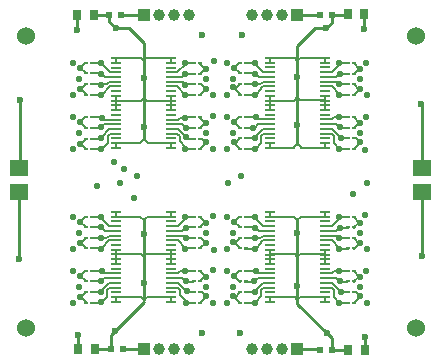
<source format=gtl>
G04 Layer_Physical_Order=1*
G04 Layer_Color=255*
%FSAX24Y24*%
%MOIN*%
G70*
G01*
G75*
%ADD10R,0.0118X0.0110*%
%ADD11R,0.0366X0.0091*%
%ADD12R,0.0315X0.0354*%
%ADD13R,0.0236X0.0197*%
%ADD14R,0.0591X0.0551*%
%ADD15C,0.0060*%
%ADD16C,0.0100*%
%ADD17C,0.0600*%
%ADD18R,0.0394X0.0394*%
%ADD19C,0.0394*%
%ADD20C,0.0217*%
%ADD21C,0.0236*%
D10*
X025403Y024117D02*
D03*
X025202D02*
D03*
X025403Y024467D02*
D03*
X025202D02*
D03*
X030537Y029246D02*
D03*
X030336D02*
D03*
X030537Y029596D02*
D03*
X030336D02*
D03*
X033926D02*
D03*
X034127D02*
D03*
X033926Y029236D02*
D03*
X034127D02*
D03*
X025403Y029243D02*
D03*
X025202D02*
D03*
X025403Y029593D02*
D03*
X025202D02*
D03*
X028792D02*
D03*
X028993D02*
D03*
X028792Y029233D02*
D03*
X028993D02*
D03*
X028792Y028883D02*
D03*
X028993D02*
D03*
X030537Y021950D02*
D03*
X030336D02*
D03*
X030537Y021600D02*
D03*
X030336D02*
D03*
X033926Y021600D02*
D03*
X034127D02*
D03*
X033926Y021950D02*
D03*
X034127D02*
D03*
X025403Y021947D02*
D03*
X025202D02*
D03*
X025403Y021597D02*
D03*
X025202D02*
D03*
X028792Y021597D02*
D03*
X028993D02*
D03*
X028792Y021947D02*
D03*
X028993D02*
D03*
X030537Y022310D02*
D03*
X030336D02*
D03*
X030537Y022660D02*
D03*
X030336D02*
D03*
X033926Y022660D02*
D03*
X034127D02*
D03*
X033926Y022310D02*
D03*
X034127D02*
D03*
X025403Y022307D02*
D03*
X025202D02*
D03*
X025403Y022657D02*
D03*
X025202D02*
D03*
X028792Y022657D02*
D03*
X028993D02*
D03*
X028792Y022307D02*
D03*
X028993D02*
D03*
X030537Y023760D02*
D03*
X030336D02*
D03*
X030537Y023410D02*
D03*
X030336D02*
D03*
X033926Y023410D02*
D03*
X034127D02*
D03*
X033926Y023760D02*
D03*
X034127D02*
D03*
X025403Y023757D02*
D03*
X025202D02*
D03*
X025403Y023407D02*
D03*
X025202D02*
D03*
X028792Y023407D02*
D03*
X028993D02*
D03*
X028792Y023757D02*
D03*
X028993D02*
D03*
X030537Y024120D02*
D03*
X030336D02*
D03*
X030537Y024470D02*
D03*
X030336D02*
D03*
X033926Y024470D02*
D03*
X034127D02*
D03*
X033926Y024110D02*
D03*
X034127D02*
D03*
X028792Y024467D02*
D03*
X028993D02*
D03*
X028792Y024107D02*
D03*
X028993D02*
D03*
X030537Y027076D02*
D03*
X030336D02*
D03*
X030537Y026726D02*
D03*
X030336D02*
D03*
X033926D02*
D03*
X034127D02*
D03*
X033926Y027076D02*
D03*
X034127D02*
D03*
X025403Y027073D02*
D03*
X025202D02*
D03*
X025403Y026723D02*
D03*
X025202D02*
D03*
X028792D02*
D03*
X028993D02*
D03*
X028792Y027073D02*
D03*
X028993D02*
D03*
X030537Y027436D02*
D03*
X030336D02*
D03*
X030537Y027786D02*
D03*
X030336D02*
D03*
X033926Y027786D02*
D03*
X034127D02*
D03*
X033926Y027436D02*
D03*
X034127D02*
D03*
X025403Y027433D02*
D03*
X025202D02*
D03*
X025403Y027783D02*
D03*
X025202D02*
D03*
X028792D02*
D03*
X028993D02*
D03*
X028792Y027433D02*
D03*
X028993D02*
D03*
X030537Y028886D02*
D03*
X030336D02*
D03*
X030537Y028536D02*
D03*
X030336D02*
D03*
X033926Y028536D02*
D03*
X034127D02*
D03*
X033926Y028886D02*
D03*
X034127D02*
D03*
X025403Y028883D02*
D03*
X025202D02*
D03*
X025403Y028533D02*
D03*
X025202D02*
D03*
X028792D02*
D03*
X028993D02*
D03*
D11*
X031340Y024622D02*
D03*
X033179D02*
D03*
X031340Y024464D02*
D03*
X033179D02*
D03*
X031340Y024307D02*
D03*
X033179D02*
D03*
X031340Y024149D02*
D03*
X033179D02*
D03*
X031340Y023992D02*
D03*
X033179D02*
D03*
X031340Y023834D02*
D03*
X033179D02*
D03*
X031340Y023677D02*
D03*
X033179D02*
D03*
X031340Y023519D02*
D03*
X033179D02*
D03*
X031340Y023362D02*
D03*
X033179D02*
D03*
X031340Y023204D02*
D03*
X033179D02*
D03*
X031340Y023047D02*
D03*
X033179D02*
D03*
X031340Y022889D02*
D03*
X033179D02*
D03*
X031340Y022732D02*
D03*
X033179D02*
D03*
X031340Y022574D02*
D03*
X033179D02*
D03*
X031340Y022417D02*
D03*
X033179D02*
D03*
X031340Y022259D02*
D03*
X033179D02*
D03*
X031340Y022102D02*
D03*
X033179D02*
D03*
X031340Y021944D02*
D03*
X033179D02*
D03*
X031340Y021787D02*
D03*
X033179D02*
D03*
X031340Y021630D02*
D03*
X033179D02*
D03*
X026206Y029752D02*
D03*
X028045D02*
D03*
X026206Y029594D02*
D03*
X028045D02*
D03*
X026206Y029437D02*
D03*
X028045D02*
D03*
X026206Y029279D02*
D03*
X028045D02*
D03*
X026206Y029122D02*
D03*
X028045D02*
D03*
X026206Y028964D02*
D03*
X028045D02*
D03*
X026206Y028807D02*
D03*
X028045D02*
D03*
X026206Y028649D02*
D03*
X028045D02*
D03*
X026206Y028492D02*
D03*
X028045D02*
D03*
X026206Y028334D02*
D03*
X028045D02*
D03*
X026206Y028177D02*
D03*
X028045D02*
D03*
X026206Y028019D02*
D03*
X028045D02*
D03*
X026206Y027862D02*
D03*
X028045D02*
D03*
X026206Y027704D02*
D03*
X028045D02*
D03*
X026206Y027547D02*
D03*
X028045D02*
D03*
X026206Y027389D02*
D03*
X028045D02*
D03*
X026206Y027232D02*
D03*
X028045D02*
D03*
X026206Y027074D02*
D03*
X028045D02*
D03*
X026206Y026917D02*
D03*
X028045D02*
D03*
X026206Y026759D02*
D03*
X028045D02*
D03*
X031340Y029756D02*
D03*
X033179D02*
D03*
X031340Y029598D02*
D03*
X033179D02*
D03*
X031340Y029441D02*
D03*
X033179D02*
D03*
X031340Y029283D02*
D03*
X033179D02*
D03*
X031340Y029126D02*
D03*
X033179D02*
D03*
X031340Y028968D02*
D03*
X033179D02*
D03*
X031340Y028811D02*
D03*
X033179D02*
D03*
X031340Y028653D02*
D03*
X033179D02*
D03*
X031340Y028496D02*
D03*
X033179D02*
D03*
X031340Y028338D02*
D03*
X033179D02*
D03*
X031340Y028181D02*
D03*
X033179D02*
D03*
X031340Y028023D02*
D03*
X033179D02*
D03*
X031340Y027866D02*
D03*
X033179D02*
D03*
X031340Y027708D02*
D03*
X033179D02*
D03*
X031340Y027551D02*
D03*
X033179D02*
D03*
X031340Y027393D02*
D03*
X033179D02*
D03*
X031340Y027236D02*
D03*
X033179D02*
D03*
X031340Y027078D02*
D03*
X033179D02*
D03*
X031340Y026921D02*
D03*
X033179D02*
D03*
X031340Y026763D02*
D03*
X033179D02*
D03*
X026206Y024626D02*
D03*
X028045D02*
D03*
X026206Y024468D02*
D03*
X028045D02*
D03*
X026206Y024311D02*
D03*
X028045D02*
D03*
X026206Y024153D02*
D03*
X028045D02*
D03*
X026206Y023996D02*
D03*
X028045D02*
D03*
X026206Y023838D02*
D03*
X028045D02*
D03*
X026206Y023681D02*
D03*
X028045D02*
D03*
X026206Y023523D02*
D03*
X028045D02*
D03*
X026206Y023366D02*
D03*
X028045D02*
D03*
X026206Y023208D02*
D03*
X028045D02*
D03*
X026206Y023051D02*
D03*
X028045D02*
D03*
X026206Y022893D02*
D03*
X028045D02*
D03*
X026206Y022736D02*
D03*
X028045D02*
D03*
X026206Y022578D02*
D03*
X028045D02*
D03*
X026206Y022421D02*
D03*
X028045D02*
D03*
X026206Y022263D02*
D03*
X028045D02*
D03*
X026206Y022106D02*
D03*
X028045D02*
D03*
X026206Y021948D02*
D03*
X028045D02*
D03*
X026206Y021791D02*
D03*
X028045D02*
D03*
X026206Y021633D02*
D03*
X028045D02*
D03*
D12*
X025458Y031203D02*
D03*
X024907D02*
D03*
X025498Y020053D02*
D03*
X024947D02*
D03*
X033947Y020033D02*
D03*
X034498D02*
D03*
X033927Y031213D02*
D03*
X034478D02*
D03*
D13*
X025986Y031203D02*
D03*
X026379D02*
D03*
X033399Y031203D02*
D03*
X033006D02*
D03*
X026036Y020053D02*
D03*
X026429D02*
D03*
X033399Y020033D02*
D03*
X033006D02*
D03*
D14*
X022983Y025299D02*
D03*
Y026086D02*
D03*
X036393D02*
D03*
Y025299D02*
D03*
D15*
X032331Y021783D02*
X033179D01*
X031340Y023208D02*
X032167D01*
X031324D02*
X031340D01*
Y021783D02*
X032172D01*
X034127Y028876D02*
X034136D01*
X034316Y028696D01*
X034127Y028526D02*
X034146D01*
X030172Y028723D02*
X030336Y028886D01*
X030166Y028716D02*
X030172Y028723D01*
X028534Y029571D02*
X028555Y029593D01*
X028242Y029279D02*
X028534Y029571D01*
X025403Y029593D02*
X025713D01*
X025379D02*
X025403D01*
X034347Y026927D02*
X034356Y026936D01*
X025718Y029238D02*
X025833Y029122D01*
X025713Y029243D02*
X025718Y029238D01*
X025403Y029243D02*
X025713D01*
X030316Y024463D02*
X030336D01*
X034131Y024107D02*
X034297Y024273D01*
X034127Y024103D02*
X034131Y024107D01*
X030326Y024113D02*
X030336D01*
X033663Y029236D02*
X033926D01*
X033646D02*
X033663D01*
X034127Y023743D02*
X034136D01*
X034316Y023563D01*
X034127Y023393D02*
X034146D01*
X028997Y023407D02*
X029193Y023603D01*
X030316Y022653D02*
X030336D01*
X034131Y022307D02*
X034297Y022473D01*
X034127Y022303D02*
X034131Y022307D01*
X030326Y022303D02*
X030336D01*
X030537Y029596D02*
X030846D01*
X030513D02*
X030537D01*
X034347Y021793D02*
X034356Y021802D01*
X034127Y021943D02*
X034215D01*
X034127Y021593D02*
X034146D01*
X030851Y029241D02*
X030967Y029126D01*
X030846Y029246D02*
X030851Y029241D01*
X030537Y029246D02*
X030846D01*
X025743Y028523D02*
Y028540D01*
X025713Y028533D02*
X025733D01*
X025403D02*
X025713D01*
X025379D02*
X025403D01*
X025713Y028883D02*
X025893D01*
X025403D02*
X025713D01*
X030876Y028526D02*
Y028544D01*
X030846Y028536D02*
X030866D01*
X030537D02*
X030846D01*
X030513D02*
X030537D01*
X030846Y028886D02*
X031020D01*
X030537D02*
X030846D01*
X028523Y027423D02*
X028782D01*
X028513D02*
X028523D01*
X028388Y027547D02*
X028513Y027423D01*
X025739Y027776D02*
X025743Y027773D01*
X025733Y027783D02*
X025739Y027776D01*
X025403Y027783D02*
X025733D01*
X025379D02*
X025403D01*
X025708Y027448D02*
X025807Y027547D01*
X025693Y027433D02*
X025708Y027448D01*
X025403Y027433D02*
X025693D01*
X025379D02*
X025403D01*
X033674Y027426D02*
X033916D01*
X033646D02*
X033674D01*
X033522Y027551D02*
X033646Y027426D01*
X030873Y027780D02*
X030876Y027776D01*
X030866Y027786D02*
X030873Y027780D01*
X030537Y027786D02*
X030866D01*
X030513D02*
X030537D01*
X030773Y027436D02*
X030826D01*
X030537D02*
X030773D01*
X030513D02*
X030537D01*
X028533Y027083D02*
X028543D01*
X025743Y026733D02*
Y026774D01*
X025713Y026723D02*
X025733D01*
X025403D02*
X025713D01*
X025379D02*
X025403D01*
X025723Y027103D02*
Y027133D01*
X025743Y027103D02*
Y027135D01*
Y027083D02*
Y027103D01*
X025738Y027078D02*
X025743Y027083D01*
X025733Y027073D02*
X025738Y027078D01*
X025713Y027073D02*
X025733D01*
X025403D02*
X025713D01*
X025379D02*
X025403D01*
X030876Y026736D02*
Y026778D01*
X030846Y026726D02*
X030866D01*
X030537D02*
X030846D01*
X030513D02*
X030537D01*
X030876Y027103D02*
Y027139D01*
Y027086D02*
Y027103D01*
X030843D02*
Y027103D01*
X030823Y027076D02*
X030866D01*
X030537D02*
X030823D01*
X030513D02*
X030537D01*
X028533Y024107D02*
X028792D01*
X028513D02*
X028533D01*
X025718Y024112D02*
X025833Y023996D01*
X025713Y024117D02*
X025718Y024112D01*
X025403Y024117D02*
X025713D01*
X025403D02*
X025403D01*
X033663Y024103D02*
X033926D01*
X033646D02*
X033663D01*
X033689Y024463D02*
X033926D01*
X030537Y024463D02*
X030846D01*
X030513D02*
X030537D01*
X030851Y024108D02*
X030967Y023992D01*
X030846Y024113D02*
X030851Y024108D01*
X030537Y024113D02*
X030846D01*
X030536D02*
X030537D01*
X028523Y023757D02*
X028792D01*
X025743Y023397D02*
Y023414D01*
X025713Y023407D02*
X025733D01*
X025403D02*
X025713D01*
X025379D02*
X025403D01*
X025713Y023757D02*
X025886D01*
X025403D02*
X025713D01*
X033656Y023753D02*
X033926D01*
X033656Y023403D02*
X033926D01*
X030876Y023393D02*
Y023410D01*
X030846Y023403D02*
X030866D01*
X030537D02*
X030846D01*
X030513D02*
X030537D01*
X030846Y023753D02*
X031020D01*
X030537D02*
X030846D01*
X028543Y022297D02*
X028782D01*
X028513D02*
X028543D01*
X028510Y022300D02*
X028513Y022297D01*
X028388Y022421D02*
X028510Y022300D01*
X025739Y022650D02*
X025743Y022647D01*
X025733Y022657D02*
X025739Y022650D01*
X025403Y022657D02*
X025733D01*
X025379D02*
X025403D01*
Y022307D02*
X025693D01*
X025379D02*
X025403D01*
X033674Y022293D02*
X033916D01*
X033646D02*
X033674D01*
X033522Y022417D02*
X033646Y022293D01*
X033656Y022653D02*
X033926D01*
X030873Y022646D02*
X030876Y022643D01*
X030866Y022653D02*
X030873Y022646D01*
X030537Y022653D02*
X030866D01*
X030513D02*
X030537D01*
X030834Y022311D02*
X030941Y022417D01*
X030826Y022303D02*
X030834Y022311D01*
X030813Y022303D02*
X030826D01*
X030537D02*
X030813D01*
X030513D02*
X030537D01*
X028543Y021983D02*
Y021987D01*
Y021957D02*
Y021983D01*
X028555Y021975D02*
X028583Y021947D01*
X028547Y021983D02*
X028555Y021975D01*
X028533Y021983D02*
Y021985D01*
X025743Y021607D02*
Y021648D01*
X025713Y021597D02*
X025733D01*
X025403D02*
X025713D01*
X025379D02*
X025403D01*
X025743Y021973D02*
Y021997D01*
Y021957D02*
Y021973D01*
X025693Y021947D02*
X025733D01*
X025403D02*
X025693D01*
X025379D02*
X025403D01*
X033716Y021943D02*
X033926D01*
X033656Y021593D02*
X033926D01*
X030866Y021603D02*
Y021628D01*
Y021593D02*
Y021603D01*
X030846Y021593D02*
X030866D01*
X030537D02*
X030846D01*
X030513D02*
X030537D01*
X030823Y021943D02*
X030866D01*
X030537D02*
X030823D01*
X030513D02*
X030537D01*
X030823Y027103D02*
X030843D01*
Y027103D02*
X030846Y027106D01*
X028993Y023407D02*
X028997D01*
X029039Y023757D02*
X029193Y023603D01*
X028993Y023757D02*
X029039D01*
X028993Y028533D02*
X029003D01*
X029193Y028723D01*
X029033Y028883D02*
X029193Y028723D01*
X028993Y028883D02*
X029033D01*
X028993Y029573D02*
X029163Y029403D01*
X028993Y029233D02*
X029163Y029403D01*
X028033Y028323D02*
X028045Y028334D01*
Y028492D01*
Y028177D02*
Y028334D01*
Y028019D02*
Y028177D01*
X026206Y028334D02*
Y028492D01*
Y028177D02*
Y028334D01*
Y028019D02*
Y028177D01*
Y029752D02*
X027044D01*
X026206Y029594D02*
Y029752D01*
X028045Y029594D02*
Y029752D01*
X027044D02*
X027133Y029663D01*
X027213Y029743D01*
X028036D02*
X028045Y029752D01*
X027213Y029743D02*
X028036D01*
X027133Y028433D02*
X027243Y028323D01*
X028033D01*
X027269Y026917D02*
X028045D01*
Y026759D02*
Y026917D01*
X027133Y027053D02*
X027269Y026917D01*
X027008D02*
X027133Y027043D01*
X026206Y026917D02*
X027008D01*
X027133Y027043D02*
Y027053D01*
X026206Y026759D02*
Y026917D01*
X032162Y029753D02*
X032252Y029663D01*
X032083Y029753D02*
X032162D01*
X032080Y029756D02*
X032083Y029753D01*
X031340Y029756D02*
X032080D01*
X032252Y029663D02*
X032342Y029753D01*
X032413D01*
X032416Y029756D01*
X033179D01*
Y029598D02*
Y029756D01*
X031340Y029598D02*
Y029756D01*
X032129Y026774D02*
X032251Y026896D01*
X032252Y028442D02*
X032351Y028343D01*
X033174D01*
X031340Y026763D02*
X032129D01*
X033179Y028338D02*
Y028496D01*
X031340Y028338D02*
X032147D01*
X033179Y028181D02*
Y028338D01*
Y028023D02*
Y028181D01*
X031340Y028338D02*
Y028496D01*
Y028181D02*
Y028338D01*
Y028023D02*
Y028181D01*
Y026763D02*
Y026921D01*
X032384Y026763D02*
X033179D01*
Y026921D01*
X032262Y026886D02*
X032368Y026779D01*
X033179Y024464D02*
Y024622D01*
X032149Y024464D02*
X032252Y024362D01*
X031340Y024464D02*
X032149D01*
X031340D02*
Y024622D01*
Y023208D02*
Y023362D01*
Y023204D02*
Y023208D01*
Y023047D02*
Y023204D01*
Y022889D02*
Y023047D01*
X033179Y023204D02*
Y023362D01*
Y023047D02*
Y023204D01*
Y022889D02*
Y023047D01*
Y021630D02*
Y021783D01*
X031340Y021630D02*
Y021783D01*
X032336Y023208D02*
X033163D01*
X032252Y023123D02*
X032336Y023208D01*
X032167D02*
X032252Y023123D01*
Y024362D02*
X032358Y024468D01*
X033163D01*
X027221Y021791D02*
X028045D01*
X027133Y021703D02*
X027221Y021791D01*
X027046D02*
X027133Y021703D01*
X026206Y021791D02*
X027046D01*
X027017Y024468D02*
X027123Y024362D01*
X027133D01*
X027240Y024468D02*
X028045D01*
X027133Y024362D02*
X027240Y024468D01*
X026206Y023208D02*
X027049D01*
X027133Y023123D01*
X027218Y023208D01*
X026206Y022893D02*
Y023051D01*
X027218Y023208D02*
X028045D01*
Y023366D01*
Y022893D02*
Y023051D01*
Y023208D01*
X026206D02*
Y023366D01*
Y023051D02*
Y023208D01*
Y024468D02*
X027017D01*
X026206D02*
Y024626D01*
X028045Y024468D02*
Y024626D01*
Y021633D02*
Y021791D01*
X026206Y021633D02*
Y021791D01*
X030866Y021628D02*
X031047Y021809D01*
Y022035D01*
X031112Y022100D01*
X031338D01*
X031340Y022102D01*
X030166Y021773D02*
X030336Y021943D01*
X030166Y026906D02*
X030336Y027076D01*
X030166Y026906D02*
X030336Y026736D01*
X033646Y021603D02*
X033656Y021593D01*
X033646Y021603D02*
Y021674D01*
Y022643D02*
X033656Y022653D01*
X033179Y023992D02*
X033536D01*
X033646Y024103D01*
X034347Y021793D02*
Y021811D01*
X034356Y021802D01*
X034316Y021763D02*
X034347Y021793D01*
X034146Y021593D02*
X034316Y021763D01*
X034297D02*
X034316D01*
Y023563D02*
X034336Y023583D01*
X034146Y023393D02*
X034316Y023563D01*
X034297D02*
X034316D01*
X034127Y024443D02*
X034297Y024273D01*
X030166Y021773D02*
X030336Y021603D01*
X030146Y022483D02*
X030166D01*
X030146D02*
X030316Y022653D01*
X030146Y022483D02*
X030326Y022303D01*
X030146Y024293D02*
X030326Y024113D01*
X030146Y024293D02*
X030316Y024463D01*
X030166Y023583D02*
X030336Y023413D01*
X030166Y023583D02*
X030336Y023753D01*
X030866Y023403D02*
X030876Y023393D01*
X030846Y024417D02*
Y024463D01*
X030876Y022643D02*
X030906D01*
X030866Y023403D02*
X031047Y023583D01*
X031020Y023753D02*
X031064Y023797D01*
X031076D01*
X031112Y023832D01*
X031338D01*
X031340Y023834D01*
X030906Y022643D02*
X030975Y022574D01*
X031340D01*
X030941Y022417D02*
X031340D01*
X031102Y022259D02*
X031340D01*
X030856Y022014D02*
X031102Y022259D01*
X033676Y021983D02*
X033716Y021943D01*
X033179Y022574D02*
X033408D01*
X033476Y022643D01*
X033646D01*
X033666Y021953D02*
Y021981D01*
Y021953D02*
X033676D01*
Y021983D01*
X033179Y022417D02*
X033522D01*
X034215Y021943D02*
X034347Y021811D01*
X034127Y022643D02*
X034297Y022473D01*
X033703Y022349D02*
Y022369D01*
X033473Y021776D02*
X033646Y021603D01*
X033179Y022259D02*
X033417D01*
X033716Y021960D01*
X033179Y022102D02*
X033405D01*
X033473Y022035D01*
Y021776D02*
Y022035D01*
X033716Y021943D02*
Y021960D01*
X033646Y022293D02*
X033674Y022321D01*
X033703Y022349D01*
X033179Y023677D02*
X033405D01*
X033646Y023743D02*
X033652Y023749D01*
X033653D01*
X033405Y023677D02*
X033646Y023436D01*
Y023393D02*
Y023436D01*
X033179Y024149D02*
X033405D01*
X033646Y024103D02*
X033660Y024089D01*
X033663D01*
X033405Y024149D02*
X033646Y024390D01*
Y024463D01*
X033179Y023834D02*
X033555D01*
X033646Y023743D01*
X031047Y023583D02*
Y023610D01*
X031114Y023677D01*
X031340D01*
X030846Y024417D02*
X031114Y024149D01*
X031340D01*
X030967Y023992D02*
X031340D01*
X028513Y024394D02*
Y024467D01*
X028271Y024153D02*
X028513Y024394D01*
X028527Y024093D02*
X028533D01*
X028513Y024107D02*
X028527Y024093D01*
X028045Y024153D02*
X028271D01*
X028513Y023397D02*
Y023440D01*
X028271Y023681D02*
X028513Y023440D01*
X028519Y023753D02*
X028523D01*
X028513Y023747D02*
X028519Y023753D01*
X028045Y023681D02*
X028271D01*
X028547Y021983D02*
X028563D01*
X028045Y022106D02*
X028271D01*
X028543Y021987D02*
Y022004D01*
X028045Y022263D02*
X028284D01*
X028271Y022106D02*
X028338Y022039D01*
X028284Y022263D02*
X028543Y022004D01*
X028338Y021852D02*
Y022039D01*
Y021852D02*
X028513Y021678D01*
X028533Y022323D02*
X028543Y022333D01*
Y021987D02*
X028547Y021983D01*
X028533Y021957D02*
X028543D01*
X028513Y022297D02*
X028533Y022317D01*
Y022323D01*
X025713Y024420D02*
Y024467D01*
Y024420D02*
X025980Y024153D01*
X026204Y023836D02*
X026206Y023838D01*
X025978Y023836D02*
X026204D01*
X025942Y023801D02*
X025978Y023836D01*
X025930Y023801D02*
X025942D01*
X025886Y023757D02*
X025930Y023801D01*
X025733Y023407D02*
Y023433D01*
X025980Y023681D01*
X026206D01*
X025743Y021997D02*
Y022038D01*
Y021607D02*
X025913Y021777D01*
Y022039D01*
X025965Y022261D02*
X026007D01*
X025697Y021977D02*
X025723D01*
X025913Y022039D02*
X025980Y022106D01*
X025693Y022307D02*
X025807Y022421D01*
X025693Y021973D02*
X025697Y021977D01*
X025743Y022038D02*
X025965Y022261D01*
X025807Y022421D02*
X026206D01*
X025841Y022578D02*
X026206D01*
X025773Y022647D02*
X025841Y022578D01*
X025980Y022106D02*
X026206D01*
X025723Y021977D02*
X025743Y021997D01*
X025733Y021947D02*
X025743Y021957D01*
X026007Y022261D02*
X026009Y022263D01*
X026206D01*
X025403Y024467D02*
X025713D01*
X025379D02*
X025403D01*
X025743Y022647D02*
X025773D01*
X025723Y021977D02*
X025743Y021957D01*
X025733Y023407D02*
X025743Y023397D01*
X025833Y023996D02*
X026206D01*
X025032Y023587D02*
X025202Y023757D01*
X025032Y023587D02*
X025202Y023417D01*
X025013Y024297D02*
X025032D01*
X025183Y024467D02*
X025202D01*
X025013Y024297D02*
X025183Y024467D01*
X025193Y024117D02*
X025202D01*
X025013Y024297D02*
X025193Y024117D01*
X025013Y022487D02*
X025193Y022307D01*
X025202D01*
X025013Y022487D02*
X025183Y022657D01*
X025202D01*
X025013Y022487D02*
X025032D01*
Y021777D02*
X025202Y021607D01*
X025032Y021777D02*
X025202Y021947D01*
X028993Y024447D02*
X029163Y024277D01*
X028993Y024107D02*
X029163Y024277D01*
X028993Y022647D02*
X029163Y022477D01*
X028993Y022307D02*
X029163Y022477D01*
X028993Y021597D02*
X029013D01*
X028993Y021947D02*
X029082D01*
X029013Y021597D02*
X029213Y021797D01*
X029082Y021947D02*
X029213Y021815D01*
Y021797D02*
Y021815D01*
X028555Y024467D02*
X028792D01*
X028402Y023996D02*
X028513Y024107D01*
X028045Y023996D02*
X028402D01*
X028045Y023838D02*
X028421D01*
X028513Y023747D01*
X028523Y023407D02*
X028792D01*
X028523Y022657D02*
X028792D01*
X028513Y022647D02*
X028523Y022657D01*
X028343Y022647D02*
X028513D01*
X028274Y022578D02*
X028343Y022647D01*
X028045Y022578D02*
X028274D01*
X028045Y022421D02*
X028388D01*
X028583Y021947D02*
X028792D01*
X028523Y021597D02*
X028792D01*
X028513Y021607D02*
X028523Y021597D01*
X028513Y021607D02*
Y021678D01*
X025980Y024153D02*
X026206D01*
X026009Y029279D02*
X026206D01*
X025713Y029576D02*
X026009Y029279D01*
X028513Y026733D02*
Y026804D01*
X030967Y029126D02*
X031340D01*
X031114Y029283D02*
X031340D01*
X030846Y029550D02*
X031114Y029283D01*
Y028811D02*
X031340D01*
X031047Y028744D02*
X031114Y028811D01*
X031047Y028717D02*
Y028744D01*
X033555Y028968D02*
X033646Y028876D01*
X033179Y028968D02*
X033555D01*
X033646Y029524D02*
Y029596D01*
X025713Y029576D02*
Y029593D01*
X033405Y029283D02*
X033646Y029524D01*
X033660Y029223D02*
X033663D01*
X033646Y029236D02*
X033660Y029223D01*
X033179Y029283D02*
X033405D01*
X033646Y028526D02*
Y028569D01*
X033405Y028811D02*
X033646Y028569D01*
X033652Y028883D02*
X033653D01*
X033646Y028876D02*
X033652Y028883D01*
X033179Y028811D02*
X033405D01*
X033674Y027455D02*
X033703Y027483D01*
X033646Y027426D02*
X033674Y027455D01*
X033716Y027076D02*
Y027094D01*
X033473Y026910D02*
Y027168D01*
X033405Y027236D02*
X033473Y027168D01*
X033179Y027236D02*
X033405D01*
X033417Y027393D02*
X033716Y027094D01*
X033179Y027393D02*
X033417D01*
X033473Y026910D02*
X033646Y026736D01*
X033703Y027483D02*
Y027503D01*
X034127Y027436D02*
X034297Y027606D01*
X034127Y027776D02*
X034297Y027606D01*
X034215Y027076D02*
X034347Y026945D01*
X034127Y027076D02*
X034215D01*
X033179Y027551D02*
X033522D01*
X033676Y027086D02*
Y027116D01*
X033666Y027086D02*
X033676D01*
X033666D02*
Y027115D01*
X033476Y027776D02*
X033646D01*
X033408Y027708D02*
X033476Y027776D01*
X033179Y027708D02*
X033408D01*
X033676Y027116D02*
X033716Y027076D01*
X030876Y026736D02*
X031047Y026907D01*
Y027169D01*
X031114Y027236D01*
X030856Y027148D02*
X031102Y027393D01*
X030826Y027436D02*
X030941Y027551D01*
X031102Y027393D02*
X031340D01*
X030856Y027106D02*
Y027148D01*
X030846Y027106D02*
X030856D01*
X030941Y027551D02*
X031340D01*
X030975Y027708D02*
X031340D01*
X030906Y027776D02*
X030975Y027708D01*
X031338Y028966D02*
X031340Y028968D01*
X031112Y028966D02*
X031338D01*
X031076Y028931D02*
X031112Y028966D01*
X031064Y028931D02*
X031076D01*
X031020Y028886D02*
X031064Y028931D01*
X030866Y028536D02*
X031047Y028717D01*
X030866Y027076D02*
X030876Y027086D01*
Y027776D02*
X030906D01*
X031114Y027236D02*
X031340D01*
X030846Y029550D02*
Y029596D01*
X030856Y027106D02*
X030876Y027086D01*
X030866Y028536D02*
X030876Y028526D01*
X030536Y029246D02*
X030537D01*
X030166Y028716D02*
X030336Y028546D01*
X030316Y029596D02*
X030336D01*
X030146Y029426D02*
X030316Y029596D01*
X030326Y029246D02*
X030336D01*
X030146Y029426D02*
X030326Y029246D01*
X030146Y027616D02*
X030326Y027436D01*
X030336D01*
X030146Y027616D02*
X030316Y027786D01*
X030336D01*
X030146Y027616D02*
X030166D01*
X034127Y029576D02*
X034297Y029406D01*
X034127Y029236D02*
X034297Y029406D01*
Y028696D02*
X034316D01*
X034146Y028526D02*
X034316Y028696D01*
X034336Y028716D01*
X034127Y026726D02*
X034146D01*
X034297Y026896D02*
X034316D01*
X034146Y026726D02*
X034316Y026896D01*
X034347Y026927D01*
Y026945D02*
X034356Y026936D01*
X034347Y026927D02*
Y026945D01*
X033689Y029596D02*
X033926D01*
X033536Y029126D02*
X033646Y029236D01*
X033179Y029126D02*
X033536D01*
X033656Y028886D02*
X033926D01*
X033656Y028536D02*
X033926D01*
X033656Y027786D02*
X033926D01*
X033646Y027776D02*
X033656Y027786D01*
X033646Y026736D02*
Y026808D01*
X033716Y027076D02*
X033926D01*
X033656Y026726D02*
X033926D01*
X033646Y026736D02*
X033656Y026726D01*
X028513Y026733D02*
X028523Y026723D01*
X028792D01*
X028583Y027073D02*
X028792D01*
X028543Y027113D02*
X028583Y027073D01*
X028254Y027389D02*
X028533Y027111D01*
X028045Y027389D02*
X028254D01*
X028324Y026992D02*
Y027149D01*
X028242Y027232D02*
X028324Y027149D01*
X028045Y027232D02*
X028242D01*
X028324Y026992D02*
X028513Y026804D01*
X028543Y027083D02*
Y027113D01*
X028533Y027083D02*
Y027111D01*
X028513Y027423D02*
X028523Y027433D01*
X028045Y027547D02*
X028388D01*
X028045Y027704D02*
X028274D01*
X028343Y027773D01*
X028513D01*
X028523Y027783D01*
X028792D01*
X028513Y028523D02*
Y028536D01*
X028523Y028533D02*
X028792D01*
X028421Y028964D02*
X028513Y028873D01*
X028523Y028883D02*
X028792D01*
X028513Y029233D02*
X028792D01*
X028242Y028807D02*
X028513Y028536D01*
X028045Y028807D02*
X028242D01*
X028045Y028964D02*
X028421D01*
X028045Y029279D02*
X028242D01*
X028045Y029122D02*
X028402D01*
X028513Y029233D01*
X028555Y029593D02*
X028792D01*
X029213Y026923D02*
Y026941D01*
X029082Y027073D02*
X029213Y026941D01*
X029013Y026723D02*
X029213Y026923D01*
X028993Y027073D02*
X029082D01*
X028993Y026723D02*
X029013D01*
X028993Y027433D02*
X029163Y027603D01*
X028993Y027773D02*
X029163Y027603D01*
X025032Y026903D02*
X025202Y027073D01*
X025032Y026903D02*
X025202Y026733D01*
X025013Y027613D02*
X025032D01*
X025183Y027783D02*
X025202D01*
X025013Y027613D02*
X025183Y027783D01*
X025193Y027433D02*
X025202D01*
X025013Y027613D02*
X025193Y027433D01*
X025013Y029423D02*
X025193Y029243D01*
X025202D01*
X025013Y029423D02*
X025183Y029593D01*
X025202D01*
X025013Y029423D02*
X025032D01*
X026009Y028807D02*
X026206D01*
X025743Y028540D02*
X026009Y028807D01*
X025032Y028713D02*
X025202Y028543D01*
X025032Y028713D02*
X025202Y028883D01*
X025403Y029243D02*
X025403D01*
X025833Y029122D02*
X026206D01*
X025893Y028883D02*
X025974Y028964D01*
X026206D01*
X025733Y028533D02*
X025743Y028523D01*
X025723Y027103D02*
X025743Y027083D01*
X025807Y027547D02*
X026206D01*
X026009Y027232D02*
X026206D01*
X025723Y027133D02*
X025979Y027389D01*
X026206D01*
X025713Y027103D02*
X025723D01*
X025743Y027773D02*
X025773D01*
X025841Y027704D01*
X026206D01*
X025933Y027155D02*
X026009Y027232D01*
X025933Y026923D02*
Y027155D01*
X025743Y026733D02*
X025933Y026923D01*
X026379Y031203D02*
X026381Y031204D01*
X033917Y031203D02*
X033927Y031213D01*
X026206Y028334D02*
X027035D01*
X032995Y020043D02*
X033006Y020033D01*
X032251Y028442D02*
X032252Y028442D01*
X032147Y028338D02*
X032251Y028442D01*
X032252Y021703D02*
X032331Y021783D01*
X032172D02*
X032252Y021703D01*
X027133Y021623D02*
Y021703D01*
X036383Y028223D02*
X036393Y028213D01*
X027133Y028432D02*
X027133Y028433D01*
X027035Y028334D02*
X027133Y028432D01*
D16*
X032252Y023933D02*
Y024362D01*
Y023123D02*
Y023933D01*
X027133Y027453D02*
Y028432D01*
X023003Y026086D02*
Y028343D01*
Y026073D02*
Y026086D01*
X032252Y029113D02*
Y029663D01*
Y028442D02*
Y029113D01*
X027133Y023903D02*
Y024362D01*
Y023123D02*
Y023903D01*
X026381Y031204D02*
X027133D01*
X025458Y031203D02*
X025986D01*
Y030959D02*
Y031203D01*
Y030959D02*
X026193Y030753D01*
X027133Y029083D02*
Y029663D01*
X032252Y031204D02*
X033004D01*
X033399Y031203D02*
X033917D01*
X033399Y030939D02*
Y031203D01*
X033203Y030743D02*
X033399Y030939D01*
X032251Y026896D02*
Y027523D01*
X024907Y030687D02*
Y031203D01*
X034478Y030707D02*
Y031213D01*
X032252Y020043D02*
X032995D01*
X033399Y020033D02*
X033947D01*
X034498D02*
Y020468D01*
X033399Y020033D02*
Y020416D01*
X033223Y020593D02*
X033399Y020416D01*
X032252Y022173D02*
Y023123D01*
X027133Y021703D02*
Y022273D01*
Y023123D01*
X026439Y020043D02*
X027133D01*
X025498Y020053D02*
X026036D01*
X024947D02*
Y020528D01*
X026036Y020053D02*
Y020526D01*
X026173Y020663D01*
X032251Y027523D02*
Y028442D01*
X026193Y030753D02*
X026623D01*
X027133Y030242D01*
Y029663D02*
Y030242D01*
X032853Y030743D02*
X033203D01*
X032252Y030142D02*
X032853Y030743D01*
X032252Y029663D02*
Y030142D01*
Y021563D02*
X033223Y020593D01*
X032252Y021563D02*
Y021703D01*
Y022173D01*
X026173Y020663D02*
X027133Y021623D01*
X022983Y023043D02*
Y025299D01*
X036393Y026086D02*
Y028213D01*
Y023153D02*
Y025299D01*
X027133Y028433D02*
Y029083D01*
Y027053D02*
Y027453D01*
D17*
X023196Y020771D02*
D03*
X036189D02*
D03*
Y030496D02*
D03*
X023196D02*
D03*
D18*
X027133Y031204D02*
D03*
X032252D02*
D03*
Y020043D02*
D03*
X027133D02*
D03*
D19*
X027633Y031204D02*
D03*
X028133D02*
D03*
X028633D02*
D03*
X031752D02*
D03*
X031252D02*
D03*
X030752D02*
D03*
X031752Y020043D02*
D03*
X031252D02*
D03*
X030752D02*
D03*
X027633D02*
D03*
X028133D02*
D03*
X028633D02*
D03*
D20*
X030773Y027440D02*
D03*
X030823Y027103D02*
D03*
X029213Y024273D02*
D03*
X030813Y022333D02*
D03*
X029463Y023343D02*
D03*
X029213Y023583D02*
D03*
Y022463D02*
D03*
X029203Y027583D02*
D03*
X029193Y028723D02*
D03*
X029483Y029643D02*
D03*
X029203Y029403D02*
D03*
X034103Y025223D02*
D03*
X034573Y025603D02*
D03*
X026793Y025093D02*
D03*
X025583Y025483D02*
D03*
X024783Y024463D02*
D03*
X029923Y025583D02*
D03*
X026333Y025593D02*
D03*
X026893Y025823D02*
D03*
X030383D02*
D03*
X026473Y026053D02*
D03*
X026153Y026293D02*
D03*
X030846Y021603D02*
D03*
X034488Y024521D02*
D03*
X034346Y023923D02*
D03*
X034488Y026695D02*
D03*
X030113Y021813D02*
D03*
X030103Y023623D02*
D03*
X030113Y028783D02*
D03*
X030123Y026943D02*
D03*
X034556Y021593D02*
D03*
X034336Y023583D02*
D03*
X034556Y023393D02*
D03*
X034336Y024273D02*
D03*
X029916Y021583D02*
D03*
X029906Y022653D02*
D03*
X030116Y022123D02*
D03*
X030146Y022483D02*
D03*
Y024293D02*
D03*
X030116Y023933D02*
D03*
X030846Y024463D02*
D03*
X033646Y023393D02*
D03*
X030846D02*
D03*
X029906Y024463D02*
D03*
X029916Y023393D02*
D03*
X030870Y022643D02*
D03*
X030823Y021969D02*
D03*
X033646Y021603D02*
D03*
X033716Y021943D02*
D03*
X034546Y022663D02*
D03*
X034347Y021811D02*
D03*
X034336Y022473D02*
D03*
X034346Y022123D02*
D03*
X033646Y022643D02*
D03*
X033674Y022321D02*
D03*
X033653Y023749D02*
D03*
X033646Y024463D02*
D03*
X033663Y024089D02*
D03*
X030846Y024103D02*
D03*
Y023743D02*
D03*
X028533Y024093D02*
D03*
X028523Y023753D02*
D03*
X028543Y022333D02*
D03*
X028563Y021983D02*
D03*
X028523Y021597D02*
D03*
X028513Y022647D02*
D03*
X025693Y022307D02*
D03*
X025693Y021973D02*
D03*
X025713Y021607D02*
D03*
X025736Y022647D02*
D03*
X024993Y023587D02*
D03*
X024783Y023397D02*
D03*
X025713D02*
D03*
X028513D02*
D03*
X025713Y024107D02*
D03*
X024983Y023937D02*
D03*
X025713Y023747D02*
D03*
X025013Y024297D02*
D03*
Y022487D02*
D03*
X024773Y022657D02*
D03*
X024993Y021777D02*
D03*
X024783Y021587D02*
D03*
X029453Y024503D02*
D03*
X029213Y023927D02*
D03*
X029443Y022703D02*
D03*
X029423Y021597D02*
D03*
X029213Y022127D02*
D03*
X029213Y021815D02*
D03*
X028513Y024467D02*
D03*
X025713D02*
D03*
X024983Y022127D02*
D03*
Y027253D02*
D03*
X028513Y026733D02*
D03*
X030846Y028876D02*
D03*
Y029236D02*
D03*
X033663Y029223D02*
D03*
X033646Y029596D02*
D03*
X025713Y029593D02*
D03*
X028513D02*
D03*
X033653Y028883D02*
D03*
X033674Y027455D02*
D03*
X033646Y027776D02*
D03*
X034346Y027256D02*
D03*
X034336Y027606D02*
D03*
X034347Y026945D02*
D03*
X034546Y027796D02*
D03*
X033716Y027076D02*
D03*
X033646Y026736D02*
D03*
X030846D02*
D03*
X030870Y027776D02*
D03*
X029916Y028526D02*
D03*
X029906Y029596D02*
D03*
X030846Y028526D02*
D03*
X033646D02*
D03*
X030846Y029596D02*
D03*
X030116Y029066D02*
D03*
X030146Y029426D02*
D03*
Y027616D02*
D03*
X030116Y027256D02*
D03*
X029906Y027786D02*
D03*
X029916Y026716D02*
D03*
X034336Y029406D02*
D03*
X034546Y029596D02*
D03*
X034556Y028526D02*
D03*
X034346Y029056D02*
D03*
X034336Y028716D02*
D03*
X028513Y027773D02*
D03*
X028523Y027433D02*
D03*
X028543Y027113D02*
D03*
X029213Y026941D02*
D03*
X029213Y027253D02*
D03*
X029423Y026723D02*
D03*
X029443Y027823D02*
D03*
X029213Y029053D02*
D03*
X029423Y028523D02*
D03*
X024783Y026713D02*
D03*
X024993Y026903D02*
D03*
X024773Y027783D02*
D03*
X025013Y027613D02*
D03*
Y029423D02*
D03*
X025713Y028873D02*
D03*
X024983Y029063D02*
D03*
X025736Y027773D02*
D03*
X028513Y029233D02*
D03*
Y028873D02*
D03*
X025713Y029233D02*
D03*
X028513Y028523D02*
D03*
X025713D02*
D03*
Y026733D02*
D03*
Y027103D02*
D03*
Y027443D02*
D03*
X024773Y029593D02*
D03*
X024783Y028523D02*
D03*
X024993Y028713D02*
D03*
D21*
X030403Y030513D02*
D03*
X026193Y030753D02*
D03*
X027133Y029083D02*
D03*
Y027453D02*
D03*
X033203Y030743D02*
D03*
X032243Y029113D02*
D03*
X032251Y027523D02*
D03*
X024907Y030687D02*
D03*
X034478Y030707D02*
D03*
X034498Y020468D02*
D03*
X033223Y020593D02*
D03*
X032252Y022173D02*
D03*
X032243Y023933D02*
D03*
X027133Y022273D02*
D03*
X027123Y023903D02*
D03*
X024947Y020528D02*
D03*
X026173Y020663D02*
D03*
X023003Y028343D02*
D03*
X022983Y023043D02*
D03*
X036383Y028223D02*
D03*
X036393Y023153D02*
D03*
X030353Y020593D02*
D03*
X029073D02*
D03*
X029063Y030513D02*
D03*
M02*

</source>
